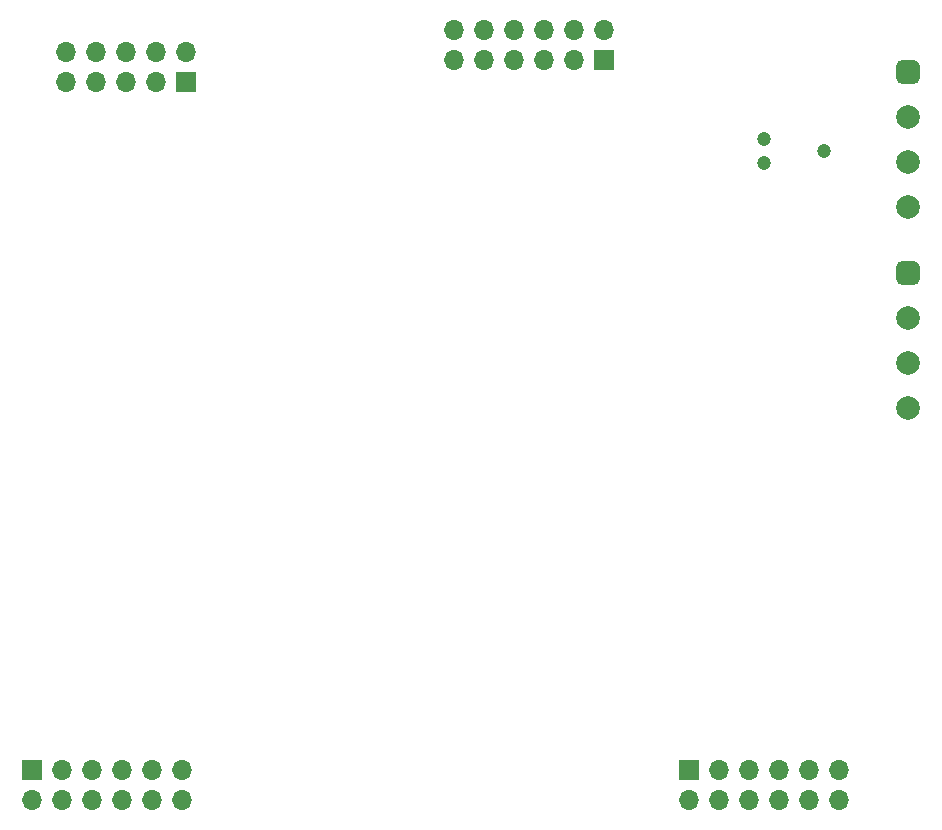
<source format=gbr>
%TF.GenerationSoftware,KiCad,Pcbnew,(6.0.10)*%
%TF.CreationDate,2023-01-06T10:16:34+00:00*%
%TF.ProjectId,test_board_boost,74657374-5f62-46f6-9172-645f626f6f73,rev?*%
%TF.SameCoordinates,Original*%
%TF.FileFunction,Soldermask,Bot*%
%TF.FilePolarity,Negative*%
%FSLAX46Y46*%
G04 Gerber Fmt 4.6, Leading zero omitted, Abs format (unit mm)*
G04 Created by KiCad (PCBNEW (6.0.10)) date 2023-01-06 10:16:34*
%MOMM*%
%LPD*%
G01*
G04 APERTURE LIST*
G04 Aperture macros list*
%AMRoundRect*
0 Rectangle with rounded corners*
0 $1 Rounding radius*
0 $2 $3 $4 $5 $6 $7 $8 $9 X,Y pos of 4 corners*
0 Add a 4 corners polygon primitive as box body*
4,1,4,$2,$3,$4,$5,$6,$7,$8,$9,$2,$3,0*
0 Add four circle primitives for the rounded corners*
1,1,$1+$1,$2,$3*
1,1,$1+$1,$4,$5*
1,1,$1+$1,$6,$7*
1,1,$1+$1,$8,$9*
0 Add four rect primitives between the rounded corners*
20,1,$1+$1,$2,$3,$4,$5,0*
20,1,$1+$1,$4,$5,$6,$7,0*
20,1,$1+$1,$6,$7,$8,$9,0*
20,1,$1+$1,$8,$9,$2,$3,0*%
G04 Aperture macros list end*
%ADD10C,2.000000*%
%ADD11RoundRect,0.500000X-0.500000X0.500000X-0.500000X-0.500000X0.500000X-0.500000X0.500000X0.500000X0*%
%ADD12C,1.200000*%
%ADD13O,1.700000X1.700000*%
%ADD14R,1.700000X1.700000*%
G04 APERTURE END LIST*
D10*
%TO.C,J14*%
X170595000Y-93570000D03*
X170595000Y-89760000D03*
X170595000Y-85950000D03*
D11*
X170595000Y-82140000D03*
%TD*%
D10*
%TO.C,J15*%
X170565000Y-76610000D03*
X170565000Y-72800000D03*
X170565000Y-68990000D03*
D11*
X170565000Y-65180000D03*
%TD*%
D12*
%TO.C,J13*%
X158410000Y-70844000D03*
X158410000Y-72876000D03*
X163490000Y-71860000D03*
%TD*%
D13*
%TO.C,J11*%
X99320000Y-63415000D03*
X99320000Y-65955000D03*
X101860000Y-63415000D03*
X101860000Y-65955000D03*
X104400000Y-63415000D03*
X104400000Y-65955000D03*
X106940000Y-63415000D03*
X106940000Y-65955000D03*
X109480000Y-63415000D03*
D14*
X109480000Y-65955000D03*
%TD*%
D13*
%TO.C,J10*%
X109165000Y-126795802D03*
X109165000Y-124255802D03*
X106625000Y-126795802D03*
X106625000Y-124255802D03*
X104085000Y-126795802D03*
X104085000Y-124255802D03*
X101545000Y-126795802D03*
X101545000Y-124255802D03*
X99005000Y-126795802D03*
X99005000Y-124255802D03*
X96465000Y-126795802D03*
D14*
X96465000Y-124255802D03*
%TD*%
D13*
%TO.C,J9*%
X164740155Y-126795802D03*
X164740155Y-124255802D03*
X162200155Y-126795802D03*
X162200155Y-124255802D03*
X159660155Y-126795802D03*
X159660155Y-124255802D03*
X157120155Y-126795802D03*
X157120155Y-124255802D03*
X154580155Y-126795802D03*
X154580155Y-124255802D03*
X152040155Y-126795802D03*
D14*
X152040155Y-124255802D03*
%TD*%
D13*
%TO.C,J12*%
X132175000Y-61565000D03*
X132175000Y-64105000D03*
X134715000Y-61565000D03*
X134715000Y-64105000D03*
X137255000Y-61565000D03*
X137255000Y-64105000D03*
X139795000Y-61565000D03*
X139795000Y-64105000D03*
X142335000Y-61565000D03*
X142335000Y-64105000D03*
X144875000Y-61565000D03*
D14*
X144875000Y-64105000D03*
%TD*%
M02*

</source>
